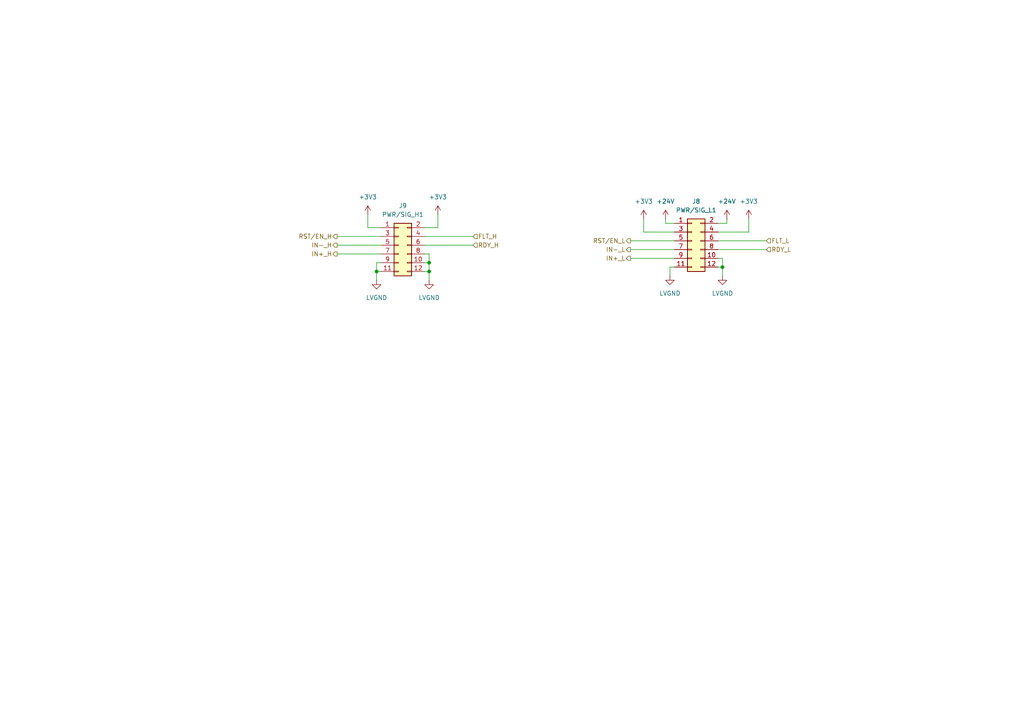
<source format=kicad_sch>
(kicad_sch (version 20250114) (generator "eeschema") (generator_version "9.0")
  (paper "A4")
  (lib_symbols
    (symbol "Connector_Generic:Conn_02x06_Odd_Even" (pin_names (offset 1.016) (hide yes))
      (property "Reference" "J" (at 1.27 7.62 0))
      (property "Value" "Conn_02x06_Odd_Even" (at 1.27 -10.16 0))
      (symbol "Conn_02x06_Odd_Even_1_1"
        (rectangle (start -1.27 6.35) (end 3.81 -8.89) (stroke (width 0.254)) (fill (type background)))
        (rectangle (start -1.27 5.207) (end 0 4.953) (stroke (width 0.1524)))
        (rectangle (start -1.27 2.667) (end 0 2.413) (stroke (width 0.1524)))
        (rectangle (start -1.27 0.127) (end 0 -0.127) (stroke (width 0.1524)))
        (rectangle (start -1.27 -2.413) (end 0 -2.667) (stroke (width 0.1524)))
        (rectangle (start -1.27 -4.953) (end 0 -5.207) (stroke (width 0.1524)))
        (rectangle (start -1.27 -7.493) (end 0 -7.747) (stroke (width 0.1524)))
        (rectangle (start 3.81 5.207) (end 2.54 4.953) (stroke (width 0.1524)))
        (rectangle (start 3.81 2.667) (end 2.54 2.413) (stroke (width 0.1524)))
        (rectangle (start 3.81 0.127) (end 2.54 -0.127) (stroke (width 0.1524)))
        (rectangle (start 3.81 -2.413) (end 2.54 -2.667) (stroke (width 0.1524)))
        (rectangle (start 3.81 -4.953) (end 2.54 -5.207) (stroke (width 0.1524)))
        (rectangle (start 3.81 -7.493) (end 2.54 -7.747) (stroke (width 0.1524)))
        (pin passive line (at -5.08 5.08 0) (length 3.81) (name "Pin_1") (number "1"))
        (pin passive line (at -5.08 2.54 0) (length 3.81) (name "Pin_3") (number "3"))
        (pin passive line (at -5.08 0 0) (length 3.81) (name "Pin_5") (number "5"))
        (pin passive line (at -5.08 -2.54 0) (length 3.81) (name "Pin_7") (number "7"))
        (pin passive line (at -5.08 -5.08 0) (length 3.81) (name "Pin_9") (number "9"))
        (pin passive line (at -5.08 -7.62 0) (length 3.81) (name "Pin_11") (number "11"))
        (pin passive line (at 7.62 5.08 180) (length 3.81) (name "Pin_2") (number "2"))
        (pin passive line (at 7.62 2.54 180) (length 3.81) (name "Pin_4") (number "4"))
        (pin passive line (at 7.62 0 180) (length 3.81) (name "Pin_6") (number "6"))
        (pin passive line (at 7.62 -2.54 180) (length 3.81) (name "Pin_8") (number "8"))
        (pin passive line (at 7.62 -5.08 180) (length 3.81) (name "Pin_10") (number "10"))
        (pin passive line (at 7.62 -7.62 180) (length 3.81) (name "Pin_12") (number "12"))
      )
    )
    (symbol "power:+24V" (power) (pin_numbers (hide yes)) (pin_names (offset 0) (hide yes))
      (property "Value" "+24V" (at 0 3.556 0))
      (symbol "+24V_0_1"
        (polyline (pts (xy -0.762 1.27) (xy 0 2.54)))
        (polyline (pts (xy 0 2.54) (xy 0.762 1.27)))
        (polyline (pts (xy 0 0) (xy 0 2.54)))
      )
      (symbol "+24V_1_1"
        (pin power_in line (at 0 0 90) (length 0) (name "~") (number "1"))
      )
    )
    (symbol "power:+3V3" (power) (pin_numbers (hide yes)) (pin_names (offset 0) (hide yes))
      (property "Value" "+3V3" (at 0 3.556 0))
      (symbol "+3V3_0_1"
        (polyline (pts (xy -0.762 1.27) (xy 0 2.54)))
        (polyline (pts (xy 0 2.54) (xy 0.762 1.27)))
        (polyline (pts (xy 0 0) (xy 0 2.54)))
      )
      (symbol "+3V3_1_1"
        (pin power_in line (at 0 0 90) (length 0) (name "~") (number "1"))
      )
    )
    (symbol "power:GND" (power) (pin_numbers (hide yes)) (pin_names (offset 0) (hide yes))
      (property "Value" "GND" (at 0 -3.81 0))
      (symbol "GND_0_1"
        (polyline (pts (xy 0 0) (xy 0 -1.27) (xy 1.27 -1.27) (xy 0 -2.54) (xy -1.27 -1.27) (xy 0 -1.27)))
      )
      (symbol "GND_1_1"
        (pin power_in line (at 0 0 270) (length 0) (name "~") (number "1"))
      )
    )
  )
  (junction (at 109.22 78.74))
  (junction (at 124.46 78.74))
  (junction (at 124.46 76.2))
  (junction (at 209.55 77.47))
  (wire (pts (xy 208.28 69.85) (xy 222.25 69.85)))
  (wire (pts (xy 194.31 77.47) (xy 195.58 77.47)))
  (wire (pts (xy 109.22 76.2) (xy 110.49 76.2)))
  (wire (pts (xy 208.28 72.39) (xy 222.25 72.39)))
  (wire (pts (xy 193.04 64.77) (xy 195.58 64.77)))
  (wire (pts (xy 124.46 76.2) (xy 124.46 78.74)))
  (wire (pts (xy 109.22 78.74) (xy 110.49 78.74)))
  (wire (pts (xy 210.82 64.77) (xy 208.28 64.77)))
  (wire (pts (xy 127 62.23) (xy 127 66.04)))
  (wire (pts (xy 186.69 67.31) (xy 195.58 67.31)))
  (wire (pts (xy 124.46 78.74) (xy 124.46 81.28)))
  (wire (pts (xy 194.31 77.47) (xy 194.31 80.01)))
  (wire (pts (xy 209.55 74.93) (xy 209.55 77.47)))
  (wire (pts (xy 123.19 76.2) (xy 124.46 76.2)))
  (wire (pts (xy 182.88 69.85) (xy 195.58 69.85)))
  (wire (pts (xy 106.68 66.04) (xy 110.49 66.04)))
  (wire (pts (xy 217.17 63.5) (xy 217.17 67.31)))
  (wire (pts (xy 123.19 66.04) (xy 127 66.04)))
  (wire (pts (xy 182.88 74.93) (xy 195.58 74.93)))
  (wire (pts (xy 123.19 73.66) (xy 124.46 73.66)))
  (wire (pts (xy 123.19 68.58) (xy 137.16 68.58)))
  (wire (pts (xy 193.04 63.5) (xy 193.04 64.77)))
  (wire (pts (xy 208.28 77.47) (xy 209.55 77.47)))
  (wire (pts (xy 123.19 78.74) (xy 124.46 78.74)))
  (wire (pts (xy 97.79 68.58) (xy 110.49 68.58)))
  (wire (pts (xy 210.82 63.5) (xy 210.82 64.77)))
  (wire (pts (xy 209.55 77.47) (xy 209.55 80.01)))
  (wire (pts (xy 186.69 63.5) (xy 186.69 67.31)))
  (wire (pts (xy 208.28 74.93) (xy 209.55 74.93)))
  (wire (pts (xy 124.46 73.66) (xy 124.46 76.2)))
  (wire (pts (xy 182.88 72.39) (xy 195.58 72.39)))
  (wire (pts (xy 123.19 71.12) (xy 137.16 71.12)))
  (wire (pts (xy 109.22 78.74) (xy 109.22 81.28)))
  (wire (pts (xy 109.22 76.2) (xy 109.22 78.74)))
  (wire (pts (xy 97.79 73.66) (xy 110.49 73.66)))
  (wire (pts (xy 97.79 71.12) (xy 110.49 71.12)))
  (wire (pts (xy 208.28 67.31) (xy 217.17 67.31)))
  (wire (pts (xy 106.68 62.23) (xy 106.68 66.04)))
  (hierarchical_label "RDY_L" (shape input) (at 222.25 72.39 0))
  (hierarchical_label "IN-_H" (shape output) (at 97.79 71.12 180))
  (hierarchical_label "RST{slash}EN_H" (shape output) (at 97.79 68.58 180))
  (hierarchical_label "IN+_L" (shape output) (at 182.88 74.93 180))
  (hierarchical_label "FLT_H" (shape input) (at 137.16 68.58 0))
  (hierarchical_label "RST{slash}EN_L" (shape output) (at 182.88 69.85 180))
  (hierarchical_label "RDY_H" (shape input) (at 137.16 71.12 0))
  (hierarchical_label "IN+_H" (shape output) (at 97.79 73.66 180))
  (hierarchical_label "IN-_L" (shape output) (at 182.88 72.39 180))
  (hierarchical_label "FLT_L" (shape input) (at 222.25 69.85 0))
  (symbol (lib_id "Connector_Generic:Conn_02x06_Odd_Even") (at 200.66 69.85 0) (unit 1)
    (property "Reference" "J6" (at 201.93 58.42 0))
    (property "Value" "PWR/SIG_L1" (at 201.93 60.96 0))
    (property "Footprint" "Connector_PinHeader_2.54mm:PinHeader_2x06_P2.54mm_Vertical" (effects (hide yes)))
    (property "Description" "Generic connector, double row, 02x06, odd/even pin numbering scheme (row 1 odd numbers, row 2 even numbers), script generated (kicad-library-utils/schlib/autogen/connector/)" (effects (hide yes)))
    (instances (project "TractionInverter" (path "" (reference "J8") (unit 1)) (path "" (reference "J6") (unit 1)) (path "" (reference "J10") (unit 1))))
  )
  (symbol (lib_id "power:+3V3") (at 127 62.23 0) (unit 1)
    (property "Reference" "#PWR074" (effects (hide yes)))
    (property "Value" "+3V3" (at 127 57.15 0))
    (property "Description" "Power symbol creates a global label with name \"+3V3\"" (effects (hide yes)))
    (instances (project "TractionInverter" (path "" (reference "#PWR086") (unit 1)) (path "" (reference "#PWR074") (unit 1)) (path "" (reference "#PWR0151") (unit 1))))
  )
  (symbol (lib_id "power:+3V3") (at 186.69 63.5 0) (unit 1)
    (property "Reference" "#PWR075" (effects (hide yes)))
    (property "Value" "+3V3" (at 186.69 58.42 0))
    (property "Description" "Power symbol creates a global label with name \"+3V3\"" (effects (hide yes)))
    (instances (project "TractionInverter" (path "" (reference "#PWR087") (unit 1)) (path "" (reference "#PWR075") (unit 1)) (path "" (reference "#PWR0152") (unit 1))))
  )
  (symbol (lib_id "power:+3V3") (at 106.68 62.23 0) (unit 1)
    (property "Reference" "#PWR073" (effects (hide yes)))
    (property "Value" "+3V3" (at 106.68 57.15 0))
    (property "Description" "Power symbol creates a global label with name \"+3V3\"" (effects (hide yes)))
    (instances (project "TractionInverter" (path "" (reference "#PWR085") (unit 1)) (path "" (reference "#PWR073") (unit 1)) (path "" (reference "#PWR0150") (unit 1))))
  )
  (symbol (lib_id "power:+3V3") (at 217.17 63.5 0) (unit 1)
    (property "Reference" "#PWR078" (effects (hide yes)))
    (property "Value" "+3V3" (at 217.17 58.42 0))
    (property "Description" "Power symbol creates a global label with name \"+3V3\"" (effects (hide yes)))
    (instances (project "TractionInverter" (path "" (reference "#PWR090") (unit 1)) (path "" (reference "#PWR078") (unit 1)) (path "" (reference "#PWR0155") (unit 1))))
  )
  (symbol (lib_id "power:GND") (at 109.22 81.28 0) (unit 1)
    (property "Reference" "#PWR081" (effects (hide yes)))
    (property "Value" "LVGND" (at 109.22 86.36 0))
    (property "Description" "Power symbol creates a global label with name \"GND\" , ground" (effects (hide yes)))
    (instances (project "TractionInverter" (path "" (reference "#PWR093") (unit 1)) (path "" (reference "#PWR081") (unit 1)) (path "" (reference "#PWR0158") (unit 1))))
  )
  (symbol (lib_id "Connector_Generic:Conn_02x06_Odd_Even") (at 115.57 71.12 0) (unit 1)
    (property "Reference" "J7" (at 116.84 59.69 0))
    (property "Value" "PWR/SIG_H1" (at 116.84 62.23 0))
    (property "Footprint" "Connector_PinHeader_2.54mm:PinHeader_2x06_P2.54mm_Vertical" (effects (hide yes)))
    (property "Description" "Generic connector, double row, 02x06, odd/even pin numbering scheme (row 1 odd numbers, row 2 even numbers), script generated (kicad-library-utils/schlib/autogen/connector/)" (effects (hide yes)))
    (instances (project "TractionInverter" (path "" (reference "J9") (unit 1)) (path "" (reference "J7") (unit 1)) (path "" (reference "J11") (unit 1))))
  )
  (symbol (lib_id "power:+24V") (at 193.04 63.5 0) (unit 1)
    (property "Reference" "#PWR076" (effects (hide yes)))
    (property "Value" "+24V" (at 193.04 58.42 0))
    (property "Description" "Power symbol creates a global label with name \"+24V\"" (effects (hide yes)))
    (instances (project "" (path "" (reference "#PWR088") (unit 1)) (path "" (reference "#PWR076") (unit 1)) (path "" (reference "#PWR0153") (unit 1))))
  )
  (symbol (lib_id "power:GND") (at 209.55 80.01 0) (unit 1)
    (property "Reference" "#PWR080" (effects (hide yes)))
    (property "Value" "LVGND" (at 209.55 85.09 0))
    (property "Description" "Power symbol creates a global label with name \"GND\" , ground" (effects (hide yes)))
    (instances (project "TractionInverter" (path "" (reference "#PWR092") (unit 1)) (path "" (reference "#PWR080") (unit 1)) (path "" (reference "#PWR0157") (unit 1))))
  )
  (symbol (lib_id "power:GND") (at 124.46 81.28 0) (unit 1)
    (property "Reference" "#PWR082" (effects (hide yes)))
    (property "Value" "LVGND" (at 124.46 86.36 0))
    (property "Description" "Power symbol creates a global label with name \"GND\" , ground" (effects (hide yes)))
    (instances (project "TractionInverter" (path "" (reference "#PWR094") (unit 1)) (path "" (reference "#PWR082") (unit 1)) (path "" (reference "#PWR0159") (unit 1))))
  )
  (symbol (lib_id "power:+24V") (at 210.82 63.5 0) (unit 1)
    (property "Reference" "#PWR077" (effects (hide yes)))
    (property "Value" "+24V" (at 210.82 58.42 0))
    (property "Description" "Power symbol creates a global label with name \"+24V\"" (effects (hide yes)))
    (instances (project "TractionInverter" (path "" (reference "#PWR089") (unit 1)) (path "" (reference "#PWR077") (unit 1)) (path "" (reference "#PWR0154") (unit 1))))
  )
  (symbol (lib_id "power:GND") (at 194.31 80.01 0) (unit 1)
    (property "Reference" "#PWR079" (effects (hide yes)))
    (property "Value" "LVGND" (at 194.31 85.09 0))
    (property "Description" "Power symbol creates a global label with name \"GND\" , ground" (effects (hide yes)))
    (instances (project "TractionInverter" (path "" (reference "#PWR091") (unit 1)) (path "" (reference "#PWR079") (unit 1)) (path "" (reference "#PWR0156") (unit 1))))
  )
)
</source>
